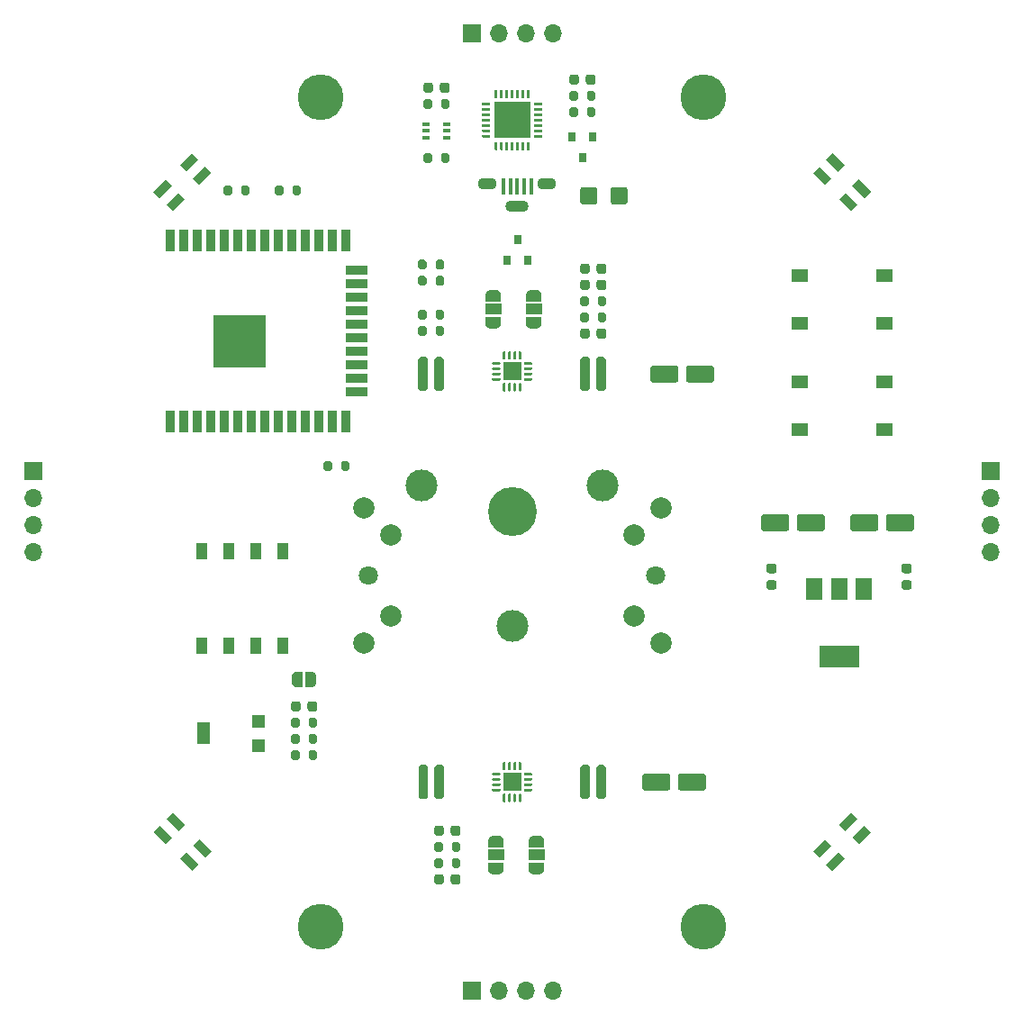
<source format=gbr>
%TF.GenerationSoftware,KiCad,Pcbnew,(5.1.9-0-10_14)*%
%TF.CreationDate,2021-05-05T23:39:55+02:00*%
%TF.ProjectId,clockclock,636c6f63-6b63-46c6-9f63-6b2e6b696361,rev?*%
%TF.SameCoordinates,Original*%
%TF.FileFunction,Soldermask,Top*%
%TF.FilePolarity,Negative*%
%FSLAX46Y46*%
G04 Gerber Fmt 4.6, Leading zero omitted, Abs format (unit mm)*
G04 Created by KiCad (PCBNEW (5.1.9-0-10_14)) date 2021-05-05 23:39:55*
%MOMM*%
%LPD*%
G01*
G04 APERTURE LIST*
%ADD10C,0.100000*%
%ADD11R,0.800000X0.900000*%
%ADD12C,2.000000*%
%ADD13C,1.800000*%
%ADD14C,3.000000*%
%ADD15C,4.600000*%
%ADD16O,2.200000X1.100000*%
%ADD17O,1.800000X1.100000*%
%ADD18R,0.450000X1.500000*%
%ADD19R,1.100000X1.500000*%
%ADD20R,1.500000X1.000000*%
%ADD21R,3.350000X3.350000*%
%ADD22R,0.650000X0.400000*%
%ADD23R,5.000000X5.000000*%
%ADD24R,0.900000X2.000000*%
%ADD25R,2.000000X0.900000*%
%ADD26R,1.300000X1.300000*%
%ADD27R,1.300000X2.000000*%
%ADD28R,1.500000X2.000000*%
%ADD29R,3.800000X2.000000*%
%ADD30O,1.700000X1.700000*%
%ADD31R,1.700000X1.700000*%
%ADD32R,1.550000X1.300000*%
%ADD33C,4.300000*%
G04 APERTURE END LIST*
D10*
%TO.C,D5*%
G36*
X29515076Y33121320D02*
G01*
X30116117Y33722361D01*
X31247488Y32590990D01*
X30646447Y31989949D01*
X29515076Y33121320D01*
G37*
G36*
X28277639Y31883883D02*
G01*
X28878680Y32484924D01*
X30010051Y31353553D01*
X29409010Y30752512D01*
X28277639Y31883883D01*
G37*
G36*
X31989949Y30646447D02*
G01*
X32590990Y31247488D01*
X33722361Y30116117D01*
X33121320Y29515076D01*
X31989949Y30646447D01*
G37*
G36*
X30752512Y29409010D02*
G01*
X31353553Y30010051D01*
X32484924Y28878680D01*
X31883883Y28277639D01*
X30752512Y29409010D01*
G37*
%TD*%
%TO.C,D4*%
G36*
X28878680Y-32484924D02*
G01*
X28277639Y-31883883D01*
X29409010Y-30752512D01*
X30010051Y-31353553D01*
X28878680Y-32484924D01*
G37*
G36*
X30116117Y-33722361D02*
G01*
X29515076Y-33121320D01*
X30646447Y-31989949D01*
X31247488Y-32590990D01*
X30116117Y-33722361D01*
G37*
G36*
X31353553Y-30010051D02*
G01*
X30752512Y-29409010D01*
X31883883Y-28277639D01*
X32484924Y-28878680D01*
X31353553Y-30010051D01*
G37*
G36*
X32590990Y-31247488D02*
G01*
X31989949Y-30646447D01*
X33121320Y-29515076D01*
X33722361Y-30116117D01*
X32590990Y-31247488D01*
G37*
%TD*%
%TO.C,D3*%
G36*
X-32484924Y-28878680D02*
G01*
X-31883883Y-28277639D01*
X-30752512Y-29409010D01*
X-31353553Y-30010051D01*
X-32484924Y-28878680D01*
G37*
G36*
X-33722361Y-30116117D02*
G01*
X-33121320Y-29515076D01*
X-31989949Y-30646447D01*
X-32590990Y-31247488D01*
X-33722361Y-30116117D01*
G37*
G36*
X-30010051Y-31353553D02*
G01*
X-29409010Y-30752512D01*
X-28277639Y-31883883D01*
X-28878680Y-32484924D01*
X-30010051Y-31353553D01*
G37*
G36*
X-31247488Y-32590990D02*
G01*
X-30646447Y-31989949D01*
X-29515076Y-33121320D01*
X-30116117Y-33722361D01*
X-31247488Y-32590990D01*
G37*
%TD*%
%TO.C,D2*%
G36*
X-33121320Y29515076D02*
G01*
X-33722361Y30116117D01*
X-32590990Y31247488D01*
X-31989949Y30646447D01*
X-33121320Y29515076D01*
G37*
G36*
X-31883883Y28277639D02*
G01*
X-32484924Y28878680D01*
X-31353553Y30010051D01*
X-30752512Y29409010D01*
X-31883883Y28277639D01*
G37*
G36*
X-30646447Y31989949D02*
G01*
X-31247488Y32590990D01*
X-30116117Y33722361D01*
X-29515076Y33121320D01*
X-30646447Y31989949D01*
G37*
G36*
X-29409010Y30752512D02*
G01*
X-30010051Y31353553D01*
X-28878680Y32484924D01*
X-28277639Y31883883D01*
X-29409010Y30752512D01*
G37*
%TD*%
%TO.C,F1*%
G36*
G01*
X8011000Y30293000D02*
X8011000Y29143000D01*
G75*
G02*
X7761000Y28893000I-250000J0D01*
G01*
X6661000Y28893000D01*
G75*
G02*
X6411000Y29143000I0J250000D01*
G01*
X6411000Y30293000D01*
G75*
G02*
X6661000Y30543000I250000J0D01*
G01*
X7761000Y30543000D01*
G75*
G02*
X8011000Y30293000I0J-250000D01*
G01*
G37*
G36*
G01*
X10861000Y30293000D02*
X10861000Y29143000D01*
G75*
G02*
X10611000Y28893000I-250000J0D01*
G01*
X9511000Y28893000D01*
G75*
G02*
X9261000Y29143000I0J250000D01*
G01*
X9261000Y30293000D01*
G75*
G02*
X9511000Y30543000I250000J0D01*
G01*
X10611000Y30543000D01*
G75*
G02*
X10861000Y30293000I0J-250000D01*
G01*
G37*
%TD*%
%TO.C,C6*%
G36*
G01*
X6279000Y40890000D02*
X6279000Y40390000D01*
G75*
G02*
X6054000Y40165000I-225000J0D01*
G01*
X5604000Y40165000D01*
G75*
G02*
X5379000Y40390000I0J225000D01*
G01*
X5379000Y40890000D01*
G75*
G02*
X5604000Y41115000I225000J0D01*
G01*
X6054000Y41115000D01*
G75*
G02*
X6279000Y40890000I0J-225000D01*
G01*
G37*
G36*
G01*
X7829000Y40890000D02*
X7829000Y40390000D01*
G75*
G02*
X7604000Y40165000I-225000J0D01*
G01*
X7154000Y40165000D01*
G75*
G02*
X6929000Y40390000I0J225000D01*
G01*
X6929000Y40890000D01*
G75*
G02*
X7154000Y41115000I225000J0D01*
G01*
X7604000Y41115000D01*
G75*
G02*
X7829000Y40890000I0J-225000D01*
G01*
G37*
%TD*%
D11*
%TO.C,Q2*%
X508000Y25638000D03*
X1458000Y23638000D03*
X-442000Y23638000D03*
%TD*%
%TO.C,C5*%
G36*
G01*
X7295000Y23110000D02*
X7295000Y22610000D01*
G75*
G02*
X7070000Y22385000I-225000J0D01*
G01*
X6620000Y22385000D01*
G75*
G02*
X6395000Y22610000I0J225000D01*
G01*
X6395000Y23110000D01*
G75*
G02*
X6620000Y23335000I225000J0D01*
G01*
X7070000Y23335000D01*
G75*
G02*
X7295000Y23110000I0J-225000D01*
G01*
G37*
G36*
G01*
X8845000Y23110000D02*
X8845000Y22610000D01*
G75*
G02*
X8620000Y22385000I-225000J0D01*
G01*
X8170000Y22385000D01*
G75*
G02*
X7945000Y22610000I0J225000D01*
G01*
X7945000Y23110000D01*
G75*
G02*
X8170000Y23335000I225000J0D01*
G01*
X8620000Y23335000D01*
G75*
G02*
X8845000Y23110000I0J-225000D01*
G01*
G37*
%TD*%
%TO.C,D1*%
X6604000Y33290000D03*
X5654000Y35290000D03*
X7554000Y35290000D03*
%TD*%
D12*
%TO.C,M1*%
X13970000Y-12360000D03*
X13970000Y360000D03*
X-13970000Y-12360000D03*
X-13970000Y360000D03*
X-11430000Y-9810000D03*
X-11430000Y-2190000D03*
X11430000Y-9810000D03*
X11430000Y-2190000D03*
D13*
X-13500000Y-6000000D03*
X13500000Y-6000000D03*
D14*
X8490000Y2490000D03*
X-8490000Y2490000D03*
X0Y-10750000D03*
D15*
X0Y0D03*
%TD*%
D16*
%TO.C,J2*%
X482600Y28693800D03*
D17*
X3282600Y30843800D03*
X-2317400Y30843800D03*
D18*
X-817400Y30593800D03*
X1782600Y30593800D03*
X-167400Y30593800D03*
X1132600Y30593800D03*
X482600Y30593800D03*
%TD*%
D19*
%TO.C,SW1*%
X-21590000Y-12578000D03*
X-29210000Y-3678000D03*
X-24130000Y-12578000D03*
X-26670000Y-3678000D03*
X-26670000Y-12578000D03*
X-24130000Y-3678000D03*
X-29210000Y-12578000D03*
X-21590000Y-3678000D03*
%TD*%
%TO.C,R22*%
G36*
G01*
X-7195000Y18267000D02*
X-7195000Y18817000D01*
G75*
G02*
X-6995000Y19017000I200000J0D01*
G01*
X-6595000Y19017000D01*
G75*
G02*
X-6395000Y18817000I0J-200000D01*
G01*
X-6395000Y18267000D01*
G75*
G02*
X-6595000Y18067000I-200000J0D01*
G01*
X-6995000Y18067000D01*
G75*
G02*
X-7195000Y18267000I0J200000D01*
G01*
G37*
G36*
G01*
X-8845000Y18267000D02*
X-8845000Y18817000D01*
G75*
G02*
X-8645000Y19017000I200000J0D01*
G01*
X-8245000Y19017000D01*
G75*
G02*
X-8045000Y18817000I0J-200000D01*
G01*
X-8045000Y18267000D01*
G75*
G02*
X-8245000Y18067000I-200000J0D01*
G01*
X-8645000Y18067000D01*
G75*
G02*
X-8845000Y18267000I0J200000D01*
G01*
G37*
%TD*%
%TO.C,R21*%
G36*
G01*
X-7195000Y16743000D02*
X-7195000Y17293000D01*
G75*
G02*
X-6995000Y17493000I200000J0D01*
G01*
X-6595000Y17493000D01*
G75*
G02*
X-6395000Y17293000I0J-200000D01*
G01*
X-6395000Y16743000D01*
G75*
G02*
X-6595000Y16543000I-200000J0D01*
G01*
X-6995000Y16543000D01*
G75*
G02*
X-7195000Y16743000I0J200000D01*
G01*
G37*
G36*
G01*
X-8845000Y16743000D02*
X-8845000Y17293000D01*
G75*
G02*
X-8645000Y17493000I200000J0D01*
G01*
X-8245000Y17493000D01*
G75*
G02*
X-8045000Y17293000I0J-200000D01*
G01*
X-8045000Y16743000D01*
G75*
G02*
X-8245000Y16543000I-200000J0D01*
G01*
X-8645000Y16543000D01*
G75*
G02*
X-8845000Y16743000I0J200000D01*
G01*
G37*
%TD*%
D20*
%TO.C,JP5*%
X2286000Y-32258000D03*
D10*
G36*
X1536602Y-30958000D02*
G01*
X1536602Y-30933466D01*
X1541412Y-30884635D01*
X1550984Y-30836510D01*
X1565228Y-30789555D01*
X1584005Y-30744222D01*
X1607136Y-30700949D01*
X1634396Y-30660150D01*
X1665524Y-30622221D01*
X1700221Y-30587524D01*
X1738150Y-30556396D01*
X1778949Y-30529136D01*
X1822222Y-30506005D01*
X1867555Y-30487228D01*
X1914510Y-30472984D01*
X1962635Y-30463412D01*
X2011466Y-30458602D01*
X2036000Y-30458602D01*
X2036000Y-30458000D01*
X2536000Y-30458000D01*
X2536000Y-30458602D01*
X2560534Y-30458602D01*
X2609365Y-30463412D01*
X2657490Y-30472984D01*
X2704445Y-30487228D01*
X2749778Y-30506005D01*
X2793051Y-30529136D01*
X2833850Y-30556396D01*
X2871779Y-30587524D01*
X2906476Y-30622221D01*
X2937604Y-30660150D01*
X2964864Y-30700949D01*
X2987995Y-30744222D01*
X3006772Y-30789555D01*
X3021016Y-30836510D01*
X3030588Y-30884635D01*
X3035398Y-30933466D01*
X3035398Y-30958000D01*
X3036000Y-30958000D01*
X3036000Y-31508000D01*
X1536000Y-31508000D01*
X1536000Y-30958000D01*
X1536602Y-30958000D01*
G37*
G36*
X3036000Y-33008000D02*
G01*
X3036000Y-33558000D01*
X3035398Y-33558000D01*
X3035398Y-33582534D01*
X3030588Y-33631365D01*
X3021016Y-33679490D01*
X3006772Y-33726445D01*
X2987995Y-33771778D01*
X2964864Y-33815051D01*
X2937604Y-33855850D01*
X2906476Y-33893779D01*
X2871779Y-33928476D01*
X2833850Y-33959604D01*
X2793051Y-33986864D01*
X2749778Y-34009995D01*
X2704445Y-34028772D01*
X2657490Y-34043016D01*
X2609365Y-34052588D01*
X2560534Y-34057398D01*
X2536000Y-34057398D01*
X2536000Y-34058000D01*
X2036000Y-34058000D01*
X2036000Y-34057398D01*
X2011466Y-34057398D01*
X1962635Y-34052588D01*
X1914510Y-34043016D01*
X1867555Y-34028772D01*
X1822222Y-34009995D01*
X1778949Y-33986864D01*
X1738150Y-33959604D01*
X1700221Y-33928476D01*
X1665524Y-33893779D01*
X1634396Y-33855850D01*
X1607136Y-33815051D01*
X1584005Y-33771778D01*
X1565228Y-33726445D01*
X1550984Y-33679490D01*
X1541412Y-33631365D01*
X1536602Y-33582534D01*
X1536602Y-33558000D01*
X1536000Y-33558000D01*
X1536000Y-33008000D01*
X3036000Y-33008000D01*
G37*
%TD*%
D20*
%TO.C,JP4*%
X-1524000Y-32258000D03*
D10*
G36*
X-2273398Y-30958000D02*
G01*
X-2273398Y-30933466D01*
X-2268588Y-30884635D01*
X-2259016Y-30836510D01*
X-2244772Y-30789555D01*
X-2225995Y-30744222D01*
X-2202864Y-30700949D01*
X-2175604Y-30660150D01*
X-2144476Y-30622221D01*
X-2109779Y-30587524D01*
X-2071850Y-30556396D01*
X-2031051Y-30529136D01*
X-1987778Y-30506005D01*
X-1942445Y-30487228D01*
X-1895490Y-30472984D01*
X-1847365Y-30463412D01*
X-1798534Y-30458602D01*
X-1774000Y-30458602D01*
X-1774000Y-30458000D01*
X-1274000Y-30458000D01*
X-1274000Y-30458602D01*
X-1249466Y-30458602D01*
X-1200635Y-30463412D01*
X-1152510Y-30472984D01*
X-1105555Y-30487228D01*
X-1060222Y-30506005D01*
X-1016949Y-30529136D01*
X-976150Y-30556396D01*
X-938221Y-30587524D01*
X-903524Y-30622221D01*
X-872396Y-30660150D01*
X-845136Y-30700949D01*
X-822005Y-30744222D01*
X-803228Y-30789555D01*
X-788984Y-30836510D01*
X-779412Y-30884635D01*
X-774602Y-30933466D01*
X-774602Y-30958000D01*
X-774000Y-30958000D01*
X-774000Y-31508000D01*
X-2274000Y-31508000D01*
X-2274000Y-30958000D01*
X-2273398Y-30958000D01*
G37*
G36*
X-774000Y-33008000D02*
G01*
X-774000Y-33558000D01*
X-774602Y-33558000D01*
X-774602Y-33582534D01*
X-779412Y-33631365D01*
X-788984Y-33679490D01*
X-803228Y-33726445D01*
X-822005Y-33771778D01*
X-845136Y-33815051D01*
X-872396Y-33855850D01*
X-903524Y-33893779D01*
X-938221Y-33928476D01*
X-976150Y-33959604D01*
X-1016949Y-33986864D01*
X-1060222Y-34009995D01*
X-1105555Y-34028772D01*
X-1152510Y-34043016D01*
X-1200635Y-34052588D01*
X-1249466Y-34057398D01*
X-1274000Y-34057398D01*
X-1274000Y-34058000D01*
X-1774000Y-34058000D01*
X-1774000Y-34057398D01*
X-1798534Y-34057398D01*
X-1847365Y-34052588D01*
X-1895490Y-34043016D01*
X-1942445Y-34028772D01*
X-1987778Y-34009995D01*
X-2031051Y-33986864D01*
X-2071850Y-33959604D01*
X-2109779Y-33928476D01*
X-2144476Y-33893779D01*
X-2175604Y-33855850D01*
X-2202864Y-33815051D01*
X-2225995Y-33771778D01*
X-2244772Y-33726445D01*
X-2259016Y-33679490D01*
X-2268588Y-33631365D01*
X-2273398Y-33582534D01*
X-2273398Y-33558000D01*
X-2274000Y-33558000D01*
X-2274000Y-33008000D01*
X-774000Y-33008000D01*
G37*
%TD*%
D20*
%TO.C,JP3*%
X-1778000Y19050000D03*
D10*
G36*
X-2527398Y20350000D02*
G01*
X-2527398Y20374534D01*
X-2522588Y20423365D01*
X-2513016Y20471490D01*
X-2498772Y20518445D01*
X-2479995Y20563778D01*
X-2456864Y20607051D01*
X-2429604Y20647850D01*
X-2398476Y20685779D01*
X-2363779Y20720476D01*
X-2325850Y20751604D01*
X-2285051Y20778864D01*
X-2241778Y20801995D01*
X-2196445Y20820772D01*
X-2149490Y20835016D01*
X-2101365Y20844588D01*
X-2052534Y20849398D01*
X-2028000Y20849398D01*
X-2028000Y20850000D01*
X-1528000Y20850000D01*
X-1528000Y20849398D01*
X-1503466Y20849398D01*
X-1454635Y20844588D01*
X-1406510Y20835016D01*
X-1359555Y20820772D01*
X-1314222Y20801995D01*
X-1270949Y20778864D01*
X-1230150Y20751604D01*
X-1192221Y20720476D01*
X-1157524Y20685779D01*
X-1126396Y20647850D01*
X-1099136Y20607051D01*
X-1076005Y20563778D01*
X-1057228Y20518445D01*
X-1042984Y20471490D01*
X-1033412Y20423365D01*
X-1028602Y20374534D01*
X-1028602Y20350000D01*
X-1028000Y20350000D01*
X-1028000Y19800000D01*
X-2528000Y19800000D01*
X-2528000Y20350000D01*
X-2527398Y20350000D01*
G37*
G36*
X-1028000Y18300000D02*
G01*
X-1028000Y17750000D01*
X-1028602Y17750000D01*
X-1028602Y17725466D01*
X-1033412Y17676635D01*
X-1042984Y17628510D01*
X-1057228Y17581555D01*
X-1076005Y17536222D01*
X-1099136Y17492949D01*
X-1126396Y17452150D01*
X-1157524Y17414221D01*
X-1192221Y17379524D01*
X-1230150Y17348396D01*
X-1270949Y17321136D01*
X-1314222Y17298005D01*
X-1359555Y17279228D01*
X-1406510Y17264984D01*
X-1454635Y17255412D01*
X-1503466Y17250602D01*
X-1528000Y17250602D01*
X-1528000Y17250000D01*
X-2028000Y17250000D01*
X-2028000Y17250602D01*
X-2052534Y17250602D01*
X-2101365Y17255412D01*
X-2149490Y17264984D01*
X-2196445Y17279228D01*
X-2241778Y17298005D01*
X-2285051Y17321136D01*
X-2325850Y17348396D01*
X-2363779Y17379524D01*
X-2398476Y17414221D01*
X-2429604Y17452150D01*
X-2456864Y17492949D01*
X-2479995Y17536222D01*
X-2498772Y17581555D01*
X-2513016Y17628510D01*
X-2522588Y17676635D01*
X-2527398Y17725466D01*
X-2527398Y17750000D01*
X-2528000Y17750000D01*
X-2528000Y18300000D01*
X-1028000Y18300000D01*
G37*
%TD*%
D20*
%TO.C,JP2*%
X2032000Y19050000D03*
D10*
G36*
X1282602Y20350000D02*
G01*
X1282602Y20374534D01*
X1287412Y20423365D01*
X1296984Y20471490D01*
X1311228Y20518445D01*
X1330005Y20563778D01*
X1353136Y20607051D01*
X1380396Y20647850D01*
X1411524Y20685779D01*
X1446221Y20720476D01*
X1484150Y20751604D01*
X1524949Y20778864D01*
X1568222Y20801995D01*
X1613555Y20820772D01*
X1660510Y20835016D01*
X1708635Y20844588D01*
X1757466Y20849398D01*
X1782000Y20849398D01*
X1782000Y20850000D01*
X2282000Y20850000D01*
X2282000Y20849398D01*
X2306534Y20849398D01*
X2355365Y20844588D01*
X2403490Y20835016D01*
X2450445Y20820772D01*
X2495778Y20801995D01*
X2539051Y20778864D01*
X2579850Y20751604D01*
X2617779Y20720476D01*
X2652476Y20685779D01*
X2683604Y20647850D01*
X2710864Y20607051D01*
X2733995Y20563778D01*
X2752772Y20518445D01*
X2767016Y20471490D01*
X2776588Y20423365D01*
X2781398Y20374534D01*
X2781398Y20350000D01*
X2782000Y20350000D01*
X2782000Y19800000D01*
X1282000Y19800000D01*
X1282000Y20350000D01*
X1282602Y20350000D01*
G37*
G36*
X2782000Y18300000D02*
G01*
X2782000Y17750000D01*
X2781398Y17750000D01*
X2781398Y17725466D01*
X2776588Y17676635D01*
X2767016Y17628510D01*
X2752772Y17581555D01*
X2733995Y17536222D01*
X2710864Y17492949D01*
X2683604Y17452150D01*
X2652476Y17414221D01*
X2617779Y17379524D01*
X2579850Y17348396D01*
X2539051Y17321136D01*
X2495778Y17298005D01*
X2450445Y17279228D01*
X2403490Y17264984D01*
X2355365Y17255412D01*
X2306534Y17250602D01*
X2282000Y17250602D01*
X2282000Y17250000D01*
X1782000Y17250000D01*
X1782000Y17250602D01*
X1757466Y17250602D01*
X1708635Y17255412D01*
X1660510Y17264984D01*
X1613555Y17279228D01*
X1568222Y17298005D01*
X1524949Y17321136D01*
X1484150Y17348396D01*
X1446221Y17379524D01*
X1411524Y17414221D01*
X1380396Y17452150D01*
X1353136Y17492949D01*
X1330005Y17536222D01*
X1311228Y17581555D01*
X1296984Y17628510D01*
X1287412Y17676635D01*
X1282602Y17725466D01*
X1282602Y17750000D01*
X1282000Y17750000D01*
X1282000Y18300000D01*
X2782000Y18300000D01*
G37*
%TD*%
D21*
%TO.C,U4*%
X0Y36830000D03*
G36*
G01*
X-2112500Y35205000D02*
X-2787500Y35205000D01*
G75*
G02*
X-2850000Y35267500I0J62500D01*
G01*
X-2850000Y35392500D01*
G75*
G02*
X-2787500Y35455000I62500J0D01*
G01*
X-2112500Y35455000D01*
G75*
G02*
X-2050000Y35392500I0J-62500D01*
G01*
X-2050000Y35267500D01*
G75*
G02*
X-2112500Y35205000I-62500J0D01*
G01*
G37*
G36*
G01*
X-2112500Y35705000D02*
X-2787500Y35705000D01*
G75*
G02*
X-2850000Y35767500I0J62500D01*
G01*
X-2850000Y35892500D01*
G75*
G02*
X-2787500Y35955000I62500J0D01*
G01*
X-2112500Y35955000D01*
G75*
G02*
X-2050000Y35892500I0J-62500D01*
G01*
X-2050000Y35767500D01*
G75*
G02*
X-2112500Y35705000I-62500J0D01*
G01*
G37*
G36*
G01*
X-2112500Y36205000D02*
X-2787500Y36205000D01*
G75*
G02*
X-2850000Y36267500I0J62500D01*
G01*
X-2850000Y36392500D01*
G75*
G02*
X-2787500Y36455000I62500J0D01*
G01*
X-2112500Y36455000D01*
G75*
G02*
X-2050000Y36392500I0J-62500D01*
G01*
X-2050000Y36267500D01*
G75*
G02*
X-2112500Y36205000I-62500J0D01*
G01*
G37*
G36*
G01*
X-2112500Y36705000D02*
X-2787500Y36705000D01*
G75*
G02*
X-2850000Y36767500I0J62500D01*
G01*
X-2850000Y36892500D01*
G75*
G02*
X-2787500Y36955000I62500J0D01*
G01*
X-2112500Y36955000D01*
G75*
G02*
X-2050000Y36892500I0J-62500D01*
G01*
X-2050000Y36767500D01*
G75*
G02*
X-2112500Y36705000I-62500J0D01*
G01*
G37*
G36*
G01*
X-2112500Y37205000D02*
X-2787500Y37205000D01*
G75*
G02*
X-2850000Y37267500I0J62500D01*
G01*
X-2850000Y37392500D01*
G75*
G02*
X-2787500Y37455000I62500J0D01*
G01*
X-2112500Y37455000D01*
G75*
G02*
X-2050000Y37392500I0J-62500D01*
G01*
X-2050000Y37267500D01*
G75*
G02*
X-2112500Y37205000I-62500J0D01*
G01*
G37*
G36*
G01*
X-2112500Y37705000D02*
X-2787500Y37705000D01*
G75*
G02*
X-2850000Y37767500I0J62500D01*
G01*
X-2850000Y37892500D01*
G75*
G02*
X-2787500Y37955000I62500J0D01*
G01*
X-2112500Y37955000D01*
G75*
G02*
X-2050000Y37892500I0J-62500D01*
G01*
X-2050000Y37767500D01*
G75*
G02*
X-2112500Y37705000I-62500J0D01*
G01*
G37*
G36*
G01*
X-2112500Y38205000D02*
X-2787500Y38205000D01*
G75*
G02*
X-2850000Y38267500I0J62500D01*
G01*
X-2850000Y38392500D01*
G75*
G02*
X-2787500Y38455000I62500J0D01*
G01*
X-2112500Y38455000D01*
G75*
G02*
X-2050000Y38392500I0J-62500D01*
G01*
X-2050000Y38267500D01*
G75*
G02*
X-2112500Y38205000I-62500J0D01*
G01*
G37*
G36*
G01*
X-1437500Y38880000D02*
X-1562500Y38880000D01*
G75*
G02*
X-1625000Y38942500I0J62500D01*
G01*
X-1625000Y39617500D01*
G75*
G02*
X-1562500Y39680000I62500J0D01*
G01*
X-1437500Y39680000D01*
G75*
G02*
X-1375000Y39617500I0J-62500D01*
G01*
X-1375000Y38942500D01*
G75*
G02*
X-1437500Y38880000I-62500J0D01*
G01*
G37*
G36*
G01*
X-937500Y38880000D02*
X-1062500Y38880000D01*
G75*
G02*
X-1125000Y38942500I0J62500D01*
G01*
X-1125000Y39617500D01*
G75*
G02*
X-1062500Y39680000I62500J0D01*
G01*
X-937500Y39680000D01*
G75*
G02*
X-875000Y39617500I0J-62500D01*
G01*
X-875000Y38942500D01*
G75*
G02*
X-937500Y38880000I-62500J0D01*
G01*
G37*
G36*
G01*
X-437500Y38880000D02*
X-562500Y38880000D01*
G75*
G02*
X-625000Y38942500I0J62500D01*
G01*
X-625000Y39617500D01*
G75*
G02*
X-562500Y39680000I62500J0D01*
G01*
X-437500Y39680000D01*
G75*
G02*
X-375000Y39617500I0J-62500D01*
G01*
X-375000Y38942500D01*
G75*
G02*
X-437500Y38880000I-62500J0D01*
G01*
G37*
G36*
G01*
X62500Y38880000D02*
X-62500Y38880000D01*
G75*
G02*
X-125000Y38942500I0J62500D01*
G01*
X-125000Y39617500D01*
G75*
G02*
X-62500Y39680000I62500J0D01*
G01*
X62500Y39680000D01*
G75*
G02*
X125000Y39617500I0J-62500D01*
G01*
X125000Y38942500D01*
G75*
G02*
X62500Y38880000I-62500J0D01*
G01*
G37*
G36*
G01*
X562500Y38880000D02*
X437500Y38880000D01*
G75*
G02*
X375000Y38942500I0J62500D01*
G01*
X375000Y39617500D01*
G75*
G02*
X437500Y39680000I62500J0D01*
G01*
X562500Y39680000D01*
G75*
G02*
X625000Y39617500I0J-62500D01*
G01*
X625000Y38942500D01*
G75*
G02*
X562500Y38880000I-62500J0D01*
G01*
G37*
G36*
G01*
X1062500Y38880000D02*
X937500Y38880000D01*
G75*
G02*
X875000Y38942500I0J62500D01*
G01*
X875000Y39617500D01*
G75*
G02*
X937500Y39680000I62500J0D01*
G01*
X1062500Y39680000D01*
G75*
G02*
X1125000Y39617500I0J-62500D01*
G01*
X1125000Y38942500D01*
G75*
G02*
X1062500Y38880000I-62500J0D01*
G01*
G37*
G36*
G01*
X1562500Y38880000D02*
X1437500Y38880000D01*
G75*
G02*
X1375000Y38942500I0J62500D01*
G01*
X1375000Y39617500D01*
G75*
G02*
X1437500Y39680000I62500J0D01*
G01*
X1562500Y39680000D01*
G75*
G02*
X1625000Y39617500I0J-62500D01*
G01*
X1625000Y38942500D01*
G75*
G02*
X1562500Y38880000I-62500J0D01*
G01*
G37*
G36*
G01*
X2787500Y38205000D02*
X2112500Y38205000D01*
G75*
G02*
X2050000Y38267500I0J62500D01*
G01*
X2050000Y38392500D01*
G75*
G02*
X2112500Y38455000I62500J0D01*
G01*
X2787500Y38455000D01*
G75*
G02*
X2850000Y38392500I0J-62500D01*
G01*
X2850000Y38267500D01*
G75*
G02*
X2787500Y38205000I-62500J0D01*
G01*
G37*
G36*
G01*
X2787500Y37705000D02*
X2112500Y37705000D01*
G75*
G02*
X2050000Y37767500I0J62500D01*
G01*
X2050000Y37892500D01*
G75*
G02*
X2112500Y37955000I62500J0D01*
G01*
X2787500Y37955000D01*
G75*
G02*
X2850000Y37892500I0J-62500D01*
G01*
X2850000Y37767500D01*
G75*
G02*
X2787500Y37705000I-62500J0D01*
G01*
G37*
G36*
G01*
X2787500Y37205000D02*
X2112500Y37205000D01*
G75*
G02*
X2050000Y37267500I0J62500D01*
G01*
X2050000Y37392500D01*
G75*
G02*
X2112500Y37455000I62500J0D01*
G01*
X2787500Y37455000D01*
G75*
G02*
X2850000Y37392500I0J-62500D01*
G01*
X2850000Y37267500D01*
G75*
G02*
X2787500Y37205000I-62500J0D01*
G01*
G37*
G36*
G01*
X2787500Y36705000D02*
X2112500Y36705000D01*
G75*
G02*
X2050000Y36767500I0J62500D01*
G01*
X2050000Y36892500D01*
G75*
G02*
X2112500Y36955000I62500J0D01*
G01*
X2787500Y36955000D01*
G75*
G02*
X2850000Y36892500I0J-62500D01*
G01*
X2850000Y36767500D01*
G75*
G02*
X2787500Y36705000I-62500J0D01*
G01*
G37*
G36*
G01*
X2787500Y36205000D02*
X2112500Y36205000D01*
G75*
G02*
X2050000Y36267500I0J62500D01*
G01*
X2050000Y36392500D01*
G75*
G02*
X2112500Y36455000I62500J0D01*
G01*
X2787500Y36455000D01*
G75*
G02*
X2850000Y36392500I0J-62500D01*
G01*
X2850000Y36267500D01*
G75*
G02*
X2787500Y36205000I-62500J0D01*
G01*
G37*
G36*
G01*
X2787500Y35705000D02*
X2112500Y35705000D01*
G75*
G02*
X2050000Y35767500I0J62500D01*
G01*
X2050000Y35892500D01*
G75*
G02*
X2112500Y35955000I62500J0D01*
G01*
X2787500Y35955000D01*
G75*
G02*
X2850000Y35892500I0J-62500D01*
G01*
X2850000Y35767500D01*
G75*
G02*
X2787500Y35705000I-62500J0D01*
G01*
G37*
G36*
G01*
X2787500Y35205000D02*
X2112500Y35205000D01*
G75*
G02*
X2050000Y35267500I0J62500D01*
G01*
X2050000Y35392500D01*
G75*
G02*
X2112500Y35455000I62500J0D01*
G01*
X2787500Y35455000D01*
G75*
G02*
X2850000Y35392500I0J-62500D01*
G01*
X2850000Y35267500D01*
G75*
G02*
X2787500Y35205000I-62500J0D01*
G01*
G37*
G36*
G01*
X1562500Y33980000D02*
X1437500Y33980000D01*
G75*
G02*
X1375000Y34042500I0J62500D01*
G01*
X1375000Y34717500D01*
G75*
G02*
X1437500Y34780000I62500J0D01*
G01*
X1562500Y34780000D01*
G75*
G02*
X1625000Y34717500I0J-62500D01*
G01*
X1625000Y34042500D01*
G75*
G02*
X1562500Y33980000I-62500J0D01*
G01*
G37*
G36*
G01*
X1062500Y33980000D02*
X937500Y33980000D01*
G75*
G02*
X875000Y34042500I0J62500D01*
G01*
X875000Y34717500D01*
G75*
G02*
X937500Y34780000I62500J0D01*
G01*
X1062500Y34780000D01*
G75*
G02*
X1125000Y34717500I0J-62500D01*
G01*
X1125000Y34042500D01*
G75*
G02*
X1062500Y33980000I-62500J0D01*
G01*
G37*
G36*
G01*
X562500Y33980000D02*
X437500Y33980000D01*
G75*
G02*
X375000Y34042500I0J62500D01*
G01*
X375000Y34717500D01*
G75*
G02*
X437500Y34780000I62500J0D01*
G01*
X562500Y34780000D01*
G75*
G02*
X625000Y34717500I0J-62500D01*
G01*
X625000Y34042500D01*
G75*
G02*
X562500Y33980000I-62500J0D01*
G01*
G37*
G36*
G01*
X62500Y33980000D02*
X-62500Y33980000D01*
G75*
G02*
X-125000Y34042500I0J62500D01*
G01*
X-125000Y34717500D01*
G75*
G02*
X-62500Y34780000I62500J0D01*
G01*
X62500Y34780000D01*
G75*
G02*
X125000Y34717500I0J-62500D01*
G01*
X125000Y34042500D01*
G75*
G02*
X62500Y33980000I-62500J0D01*
G01*
G37*
G36*
G01*
X-437500Y33980000D02*
X-562500Y33980000D01*
G75*
G02*
X-625000Y34042500I0J62500D01*
G01*
X-625000Y34717500D01*
G75*
G02*
X-562500Y34780000I62500J0D01*
G01*
X-437500Y34780000D01*
G75*
G02*
X-375000Y34717500I0J-62500D01*
G01*
X-375000Y34042500D01*
G75*
G02*
X-437500Y33980000I-62500J0D01*
G01*
G37*
G36*
G01*
X-937500Y33980000D02*
X-1062500Y33980000D01*
G75*
G02*
X-1125000Y34042500I0J62500D01*
G01*
X-1125000Y34717500D01*
G75*
G02*
X-1062500Y34780000I62500J0D01*
G01*
X-937500Y34780000D01*
G75*
G02*
X-875000Y34717500I0J-62500D01*
G01*
X-875000Y34042500D01*
G75*
G02*
X-937500Y33980000I-62500J0D01*
G01*
G37*
G36*
G01*
X-1437500Y33980000D02*
X-1562500Y33980000D01*
G75*
G02*
X-1625000Y34042500I0J62500D01*
G01*
X-1625000Y34717500D01*
G75*
G02*
X-1562500Y34780000I62500J0D01*
G01*
X-1437500Y34780000D01*
G75*
G02*
X-1375000Y34717500I0J-62500D01*
G01*
X-1375000Y34042500D01*
G75*
G02*
X-1437500Y33980000I-62500J0D01*
G01*
G37*
%TD*%
%TO.C,R20*%
G36*
G01*
X6179000Y39391000D02*
X6179000Y38841000D01*
G75*
G02*
X5979000Y38641000I-200000J0D01*
G01*
X5579000Y38641000D01*
G75*
G02*
X5379000Y38841000I0J200000D01*
G01*
X5379000Y39391000D01*
G75*
G02*
X5579000Y39591000I200000J0D01*
G01*
X5979000Y39591000D01*
G75*
G02*
X6179000Y39391000I0J-200000D01*
G01*
G37*
G36*
G01*
X7829000Y39391000D02*
X7829000Y38841000D01*
G75*
G02*
X7629000Y38641000I-200000J0D01*
G01*
X7229000Y38641000D01*
G75*
G02*
X7029000Y38841000I0J200000D01*
G01*
X7029000Y39391000D01*
G75*
G02*
X7229000Y39591000I200000J0D01*
G01*
X7629000Y39591000D01*
G75*
G02*
X7829000Y39391000I0J-200000D01*
G01*
G37*
%TD*%
%TO.C,R19*%
G36*
G01*
X-8045000Y23516000D02*
X-8045000Y22966000D01*
G75*
G02*
X-8245000Y22766000I-200000J0D01*
G01*
X-8645000Y22766000D01*
G75*
G02*
X-8845000Y22966000I0J200000D01*
G01*
X-8845000Y23516000D01*
G75*
G02*
X-8645000Y23716000I200000J0D01*
G01*
X-8245000Y23716000D01*
G75*
G02*
X-8045000Y23516000I0J-200000D01*
G01*
G37*
G36*
G01*
X-6395000Y23516000D02*
X-6395000Y22966000D01*
G75*
G02*
X-6595000Y22766000I-200000J0D01*
G01*
X-6995000Y22766000D01*
G75*
G02*
X-7195000Y22966000I0J200000D01*
G01*
X-7195000Y23516000D01*
G75*
G02*
X-6995000Y23716000I200000J0D01*
G01*
X-6595000Y23716000D01*
G75*
G02*
X-6395000Y23516000I0J-200000D01*
G01*
G37*
%TD*%
%TO.C,R18*%
G36*
G01*
X-16085000Y4043000D02*
X-16085000Y4593000D01*
G75*
G02*
X-15885000Y4793000I200000J0D01*
G01*
X-15485000Y4793000D01*
G75*
G02*
X-15285000Y4593000I0J-200000D01*
G01*
X-15285000Y4043000D01*
G75*
G02*
X-15485000Y3843000I-200000J0D01*
G01*
X-15885000Y3843000D01*
G75*
G02*
X-16085000Y4043000I0J200000D01*
G01*
G37*
G36*
G01*
X-17735000Y4043000D02*
X-17735000Y4593000D01*
G75*
G02*
X-17535000Y4793000I200000J0D01*
G01*
X-17135000Y4793000D01*
G75*
G02*
X-16935000Y4593000I0J-200000D01*
G01*
X-16935000Y4043000D01*
G75*
G02*
X-17135000Y3843000I-200000J0D01*
G01*
X-17535000Y3843000D01*
G75*
G02*
X-17735000Y4043000I0J200000D01*
G01*
G37*
%TD*%
%TO.C,R17*%
G36*
G01*
X7029000Y37317000D02*
X7029000Y37867000D01*
G75*
G02*
X7229000Y38067000I200000J0D01*
G01*
X7629000Y38067000D01*
G75*
G02*
X7829000Y37867000I0J-200000D01*
G01*
X7829000Y37317000D01*
G75*
G02*
X7629000Y37117000I-200000J0D01*
G01*
X7229000Y37117000D01*
G75*
G02*
X7029000Y37317000I0J200000D01*
G01*
G37*
G36*
G01*
X5379000Y37317000D02*
X5379000Y37867000D01*
G75*
G02*
X5579000Y38067000I200000J0D01*
G01*
X5979000Y38067000D01*
G75*
G02*
X6179000Y37867000I0J-200000D01*
G01*
X6179000Y37317000D01*
G75*
G02*
X5979000Y37117000I-200000J0D01*
G01*
X5579000Y37117000D01*
G75*
G02*
X5379000Y37317000I0J200000D01*
G01*
G37*
%TD*%
%TO.C,R13*%
G36*
G01*
X-7537000Y38629000D02*
X-7537000Y38079000D01*
G75*
G02*
X-7737000Y37879000I-200000J0D01*
G01*
X-8137000Y37879000D01*
G75*
G02*
X-8337000Y38079000I0J200000D01*
G01*
X-8337000Y38629000D01*
G75*
G02*
X-8137000Y38829000I200000J0D01*
G01*
X-7737000Y38829000D01*
G75*
G02*
X-7537000Y38629000I0J-200000D01*
G01*
G37*
G36*
G01*
X-5887000Y38629000D02*
X-5887000Y38079000D01*
G75*
G02*
X-6087000Y37879000I-200000J0D01*
G01*
X-6487000Y37879000D01*
G75*
G02*
X-6687000Y38079000I0J200000D01*
G01*
X-6687000Y38629000D01*
G75*
G02*
X-6487000Y38829000I200000J0D01*
G01*
X-6087000Y38829000D01*
G75*
G02*
X-5887000Y38629000I0J-200000D01*
G01*
G37*
%TD*%
%TO.C,R12*%
G36*
G01*
X-8045000Y21992000D02*
X-8045000Y21442000D01*
G75*
G02*
X-8245000Y21242000I-200000J0D01*
G01*
X-8645000Y21242000D01*
G75*
G02*
X-8845000Y21442000I0J200000D01*
G01*
X-8845000Y21992000D01*
G75*
G02*
X-8645000Y22192000I200000J0D01*
G01*
X-8245000Y22192000D01*
G75*
G02*
X-8045000Y21992000I0J-200000D01*
G01*
G37*
G36*
G01*
X-6395000Y21992000D02*
X-6395000Y21442000D01*
G75*
G02*
X-6595000Y21242000I-200000J0D01*
G01*
X-6995000Y21242000D01*
G75*
G02*
X-7195000Y21442000I0J200000D01*
G01*
X-7195000Y21992000D01*
G75*
G02*
X-6995000Y22192000I200000J0D01*
G01*
X-6595000Y22192000D01*
G75*
G02*
X-6395000Y21992000I0J-200000D01*
G01*
G37*
%TD*%
%TO.C,R9*%
G36*
G01*
X-7537000Y33549000D02*
X-7537000Y32999000D01*
G75*
G02*
X-7737000Y32799000I-200000J0D01*
G01*
X-8137000Y32799000D01*
G75*
G02*
X-8337000Y32999000I0J200000D01*
G01*
X-8337000Y33549000D01*
G75*
G02*
X-8137000Y33749000I200000J0D01*
G01*
X-7737000Y33749000D01*
G75*
G02*
X-7537000Y33549000I0J-200000D01*
G01*
G37*
G36*
G01*
X-5887000Y33549000D02*
X-5887000Y32999000D01*
G75*
G02*
X-6087000Y32799000I-200000J0D01*
G01*
X-6487000Y32799000D01*
G75*
G02*
X-6687000Y32999000I0J200000D01*
G01*
X-6687000Y33549000D01*
G75*
G02*
X-6487000Y33749000I200000J0D01*
G01*
X-6087000Y33749000D01*
G75*
G02*
X-5887000Y33549000I0J-200000D01*
G01*
G37*
%TD*%
D22*
%TO.C,Q1*%
X-6162000Y36464000D03*
X-6162000Y35164000D03*
X-8062000Y35814000D03*
X-6162000Y35814000D03*
X-8062000Y35164000D03*
X-8062000Y36464000D03*
%TD*%
D23*
%TO.C,MOD1*%
X-25631000Y16018000D03*
D24*
X-15621000Y25518000D03*
X-16891000Y25518000D03*
X-18161000Y25518000D03*
X-19431000Y25518000D03*
X-20701000Y25518000D03*
X-21971000Y25518000D03*
X-23241000Y25518000D03*
X-24511000Y25518000D03*
X-25781000Y25518000D03*
X-27051000Y25518000D03*
X-28321000Y25518000D03*
X-29591000Y25518000D03*
X-30861000Y25518000D03*
X-32131000Y25518000D03*
X-15621000Y8518000D03*
X-16891000Y8518000D03*
X-18161000Y8518000D03*
X-19431000Y8518000D03*
X-20701000Y8518000D03*
X-21971000Y8518000D03*
X-23241000Y8518000D03*
X-24511000Y8518000D03*
X-25781000Y8518000D03*
X-27051000Y8518000D03*
X-28321000Y8518000D03*
X-29591000Y8518000D03*
X-30861000Y8518000D03*
D25*
X-14621000Y22733000D03*
X-14621000Y21463000D03*
X-14621000Y20193000D03*
X-14621000Y18923000D03*
X-14621000Y17653000D03*
X-14621000Y16383000D03*
X-14621000Y15113000D03*
X-14621000Y13843000D03*
X-14621000Y12573000D03*
X-14621000Y11303000D03*
D24*
X-32131000Y8518000D03*
%TD*%
%TO.C,C4*%
G36*
G01*
X-7437000Y40128000D02*
X-7437000Y39628000D01*
G75*
G02*
X-7662000Y39403000I-225000J0D01*
G01*
X-8112000Y39403000D01*
G75*
G02*
X-8337000Y39628000I0J225000D01*
G01*
X-8337000Y40128000D01*
G75*
G02*
X-8112000Y40353000I225000J0D01*
G01*
X-7662000Y40353000D01*
G75*
G02*
X-7437000Y40128000I0J-225000D01*
G01*
G37*
G36*
G01*
X-5887000Y40128000D02*
X-5887000Y39628000D01*
G75*
G02*
X-6112000Y39403000I-225000J0D01*
G01*
X-6562000Y39403000D01*
G75*
G02*
X-6787000Y39628000I0J225000D01*
G01*
X-6787000Y40128000D01*
G75*
G02*
X-6562000Y40353000I225000J0D01*
G01*
X-6112000Y40353000D01*
G75*
G02*
X-5887000Y40128000I0J-225000D01*
G01*
G37*
%TD*%
D10*
%TO.C,JP1*%
G36*
X-18908000Y-14998602D02*
G01*
X-18883466Y-14998602D01*
X-18834635Y-15003412D01*
X-18786510Y-15012984D01*
X-18739555Y-15027228D01*
X-18694222Y-15046005D01*
X-18650949Y-15069136D01*
X-18610150Y-15096396D01*
X-18572221Y-15127524D01*
X-18537524Y-15162221D01*
X-18506396Y-15200150D01*
X-18479136Y-15240949D01*
X-18456005Y-15284222D01*
X-18437228Y-15329555D01*
X-18422984Y-15376510D01*
X-18413412Y-15424635D01*
X-18408602Y-15473466D01*
X-18408602Y-15498000D01*
X-18408000Y-15498000D01*
X-18408000Y-15998000D01*
X-18408602Y-15998000D01*
X-18408602Y-16022534D01*
X-18413412Y-16071365D01*
X-18422984Y-16119490D01*
X-18437228Y-16166445D01*
X-18456005Y-16211778D01*
X-18479136Y-16255051D01*
X-18506396Y-16295850D01*
X-18537524Y-16333779D01*
X-18572221Y-16368476D01*
X-18610150Y-16399604D01*
X-18650949Y-16426864D01*
X-18694222Y-16449995D01*
X-18739555Y-16468772D01*
X-18786510Y-16483016D01*
X-18834635Y-16492588D01*
X-18883466Y-16497398D01*
X-18908000Y-16497398D01*
X-18908000Y-16498000D01*
X-19408000Y-16498000D01*
X-19408000Y-14998000D01*
X-18908000Y-14998000D01*
X-18908000Y-14998602D01*
G37*
G36*
X-19708000Y-16498000D02*
G01*
X-20208000Y-16498000D01*
X-20208000Y-16497398D01*
X-20232534Y-16497398D01*
X-20281365Y-16492588D01*
X-20329490Y-16483016D01*
X-20376445Y-16468772D01*
X-20421778Y-16449995D01*
X-20465051Y-16426864D01*
X-20505850Y-16399604D01*
X-20543779Y-16368476D01*
X-20578476Y-16333779D01*
X-20609604Y-16295850D01*
X-20636864Y-16255051D01*
X-20659995Y-16211778D01*
X-20678772Y-16166445D01*
X-20693016Y-16119490D01*
X-20702588Y-16071365D01*
X-20707398Y-16022534D01*
X-20707398Y-15998000D01*
X-20708000Y-15998000D01*
X-20708000Y-15498000D01*
X-20707398Y-15498000D01*
X-20707398Y-15473466D01*
X-20702588Y-15424635D01*
X-20693016Y-15376510D01*
X-20678772Y-15329555D01*
X-20659995Y-15284222D01*
X-20636864Y-15240949D01*
X-20609604Y-15200150D01*
X-20578476Y-15162221D01*
X-20543779Y-15127524D01*
X-20505850Y-15096396D01*
X-20465051Y-15069136D01*
X-20421778Y-15046005D01*
X-20376445Y-15027228D01*
X-20329490Y-15012984D01*
X-20281365Y-15003412D01*
X-20232534Y-14998602D01*
X-20208000Y-14998602D01*
X-20208000Y-14998000D01*
X-19708000Y-14998000D01*
X-19708000Y-16498000D01*
G37*
%TD*%
D26*
%TO.C,RV1*%
X-23816000Y-21978000D03*
D27*
X-29016000Y-20828000D03*
D26*
X-23816000Y-19678000D03*
%TD*%
%TO.C,R16*%
G36*
G01*
X-19983000Y-19537000D02*
X-19983000Y-20087000D01*
G75*
G02*
X-20183000Y-20287000I-200000J0D01*
G01*
X-20583000Y-20287000D01*
G75*
G02*
X-20783000Y-20087000I0J200000D01*
G01*
X-20783000Y-19537000D01*
G75*
G02*
X-20583000Y-19337000I200000J0D01*
G01*
X-20183000Y-19337000D01*
G75*
G02*
X-19983000Y-19537000I0J-200000D01*
G01*
G37*
G36*
G01*
X-18333000Y-19537000D02*
X-18333000Y-20087000D01*
G75*
G02*
X-18533000Y-20287000I-200000J0D01*
G01*
X-18933000Y-20287000D01*
G75*
G02*
X-19133000Y-20087000I0J200000D01*
G01*
X-19133000Y-19537000D01*
G75*
G02*
X-18933000Y-19337000I200000J0D01*
G01*
X-18533000Y-19337000D01*
G75*
G02*
X-18333000Y-19537000I0J-200000D01*
G01*
G37*
%TD*%
%TO.C,R15*%
G36*
G01*
X-19133000Y-23135000D02*
X-19133000Y-22585000D01*
G75*
G02*
X-18933000Y-22385000I200000J0D01*
G01*
X-18533000Y-22385000D01*
G75*
G02*
X-18333000Y-22585000I0J-200000D01*
G01*
X-18333000Y-23135000D01*
G75*
G02*
X-18533000Y-23335000I-200000J0D01*
G01*
X-18933000Y-23335000D01*
G75*
G02*
X-19133000Y-23135000I0J200000D01*
G01*
G37*
G36*
G01*
X-20783000Y-23135000D02*
X-20783000Y-22585000D01*
G75*
G02*
X-20583000Y-22385000I200000J0D01*
G01*
X-20183000Y-22385000D01*
G75*
G02*
X-19983000Y-22585000I0J-200000D01*
G01*
X-19983000Y-23135000D01*
G75*
G02*
X-20183000Y-23335000I-200000J0D01*
G01*
X-20583000Y-23335000D01*
G75*
G02*
X-20783000Y-23135000I0J200000D01*
G01*
G37*
%TD*%
%TO.C,R14*%
G36*
G01*
X-19983000Y-21061000D02*
X-19983000Y-21611000D01*
G75*
G02*
X-20183000Y-21811000I-200000J0D01*
G01*
X-20583000Y-21811000D01*
G75*
G02*
X-20783000Y-21611000I0J200000D01*
G01*
X-20783000Y-21061000D01*
G75*
G02*
X-20583000Y-20861000I200000J0D01*
G01*
X-20183000Y-20861000D01*
G75*
G02*
X-19983000Y-21061000I0J-200000D01*
G01*
G37*
G36*
G01*
X-18333000Y-21061000D02*
X-18333000Y-21611000D01*
G75*
G02*
X-18533000Y-21811000I-200000J0D01*
G01*
X-18933000Y-21811000D01*
G75*
G02*
X-19133000Y-21611000I0J200000D01*
G01*
X-19133000Y-21061000D01*
G75*
G02*
X-18933000Y-20861000I200000J0D01*
G01*
X-18533000Y-20861000D01*
G75*
G02*
X-18333000Y-21061000I0J-200000D01*
G01*
G37*
%TD*%
%TO.C,C3*%
G36*
G01*
X-19233000Y-18538000D02*
X-19233000Y-18038000D01*
G75*
G02*
X-19008000Y-17813000I225000J0D01*
G01*
X-18558000Y-17813000D01*
G75*
G02*
X-18333000Y-18038000I0J-225000D01*
G01*
X-18333000Y-18538000D01*
G75*
G02*
X-18558000Y-18763000I-225000J0D01*
G01*
X-19008000Y-18763000D01*
G75*
G02*
X-19233000Y-18538000I0J225000D01*
G01*
G37*
G36*
G01*
X-20783000Y-18538000D02*
X-20783000Y-18038000D01*
G75*
G02*
X-20558000Y-17813000I225000J0D01*
G01*
X-20108000Y-17813000D01*
G75*
G02*
X-19883000Y-18038000I0J-225000D01*
G01*
X-19883000Y-18538000D01*
G75*
G02*
X-20108000Y-18763000I-225000J0D01*
G01*
X-20558000Y-18763000D01*
G75*
G02*
X-20783000Y-18538000I0J225000D01*
G01*
G37*
%TD*%
%TO.C,R8*%
G36*
G01*
X-7120200Y14554000D02*
X-6619800Y14554000D01*
G75*
G02*
X-6420000Y14354200I0J-199800D01*
G01*
X-6420000Y11553800D01*
G75*
G02*
X-6619800Y11354000I-199800J0D01*
G01*
X-7120200Y11354000D01*
G75*
G02*
X-7320000Y11553800I0J199800D01*
G01*
X-7320000Y14354200D01*
G75*
G02*
X-7120200Y14554000I199800J0D01*
G01*
G37*
G36*
G01*
X-8620200Y14554000D02*
X-8119800Y14554000D01*
G75*
G02*
X-7920000Y14354200I0J-199800D01*
G01*
X-7920000Y11553800D01*
G75*
G02*
X-8119800Y11354000I-199800J0D01*
G01*
X-8620200Y11354000D01*
G75*
G02*
X-8820000Y11553800I0J199800D01*
G01*
X-8820000Y14354200D01*
G75*
G02*
X-8620200Y14554000I199800J0D01*
G01*
G37*
%TD*%
%TO.C,R7*%
G36*
G01*
X7120200Y-27000000D02*
X6619800Y-27000000D01*
G75*
G02*
X6420000Y-26800200I0J199800D01*
G01*
X6420000Y-23999800D01*
G75*
G02*
X6619800Y-23800000I199800J0D01*
G01*
X7120200Y-23800000D01*
G75*
G02*
X7320000Y-23999800I0J-199800D01*
G01*
X7320000Y-26800200D01*
G75*
G02*
X7120200Y-27000000I-199800J0D01*
G01*
G37*
G36*
G01*
X8620200Y-27000000D02*
X8119800Y-27000000D01*
G75*
G02*
X7920000Y-26800200I0J199800D01*
G01*
X7920000Y-23999800D01*
G75*
G02*
X8119800Y-23800000I199800J0D01*
G01*
X8620200Y-23800000D01*
G75*
G02*
X8820000Y-23999800I0J-199800D01*
G01*
X8820000Y-26800200D01*
G75*
G02*
X8620200Y-27000000I-199800J0D01*
G01*
G37*
%TD*%
%TO.C,R6*%
G36*
G01*
X7108200Y11354000D02*
X6607800Y11354000D01*
G75*
G02*
X6408000Y11553800I0J199800D01*
G01*
X6408000Y14354200D01*
G75*
G02*
X6607800Y14554000I199800J0D01*
G01*
X7108200Y14554000D01*
G75*
G02*
X7308000Y14354200I0J-199800D01*
G01*
X7308000Y11553800D01*
G75*
G02*
X7108200Y11354000I-199800J0D01*
G01*
G37*
G36*
G01*
X8608200Y11354000D02*
X8107800Y11354000D01*
G75*
G02*
X7908000Y11553800I0J199800D01*
G01*
X7908000Y14354200D01*
G75*
G02*
X8107800Y14554000I199800J0D01*
G01*
X8608200Y14554000D01*
G75*
G02*
X8808000Y14354200I0J-199800D01*
G01*
X8808000Y11553800D01*
G75*
G02*
X8608200Y11354000I-199800J0D01*
G01*
G37*
%TD*%
%TO.C,R5*%
G36*
G01*
X-7108200Y-23800000D02*
X-6607800Y-23800000D01*
G75*
G02*
X-6408000Y-23999800I0J-199800D01*
G01*
X-6408000Y-26800200D01*
G75*
G02*
X-6607800Y-27000000I-199800J0D01*
G01*
X-7108200Y-27000000D01*
G75*
G02*
X-7308000Y-26800200I0J199800D01*
G01*
X-7308000Y-23999800D01*
G75*
G02*
X-7108200Y-23800000I199800J0D01*
G01*
G37*
G36*
G01*
X-8608200Y-23800000D02*
X-8107800Y-23800000D01*
G75*
G02*
X-7908000Y-23999800I0J-199800D01*
G01*
X-7908000Y-26800200D01*
G75*
G02*
X-8107800Y-27000000I-199800J0D01*
G01*
X-8608200Y-27000000D01*
G75*
G02*
X-8808000Y-26800200I0J199800D01*
G01*
X-8808000Y-23999800D01*
G75*
G02*
X-8608200Y-23800000I199800J0D01*
G01*
G37*
%TD*%
D28*
%TO.C,U5*%
X33034000Y-7264000D03*
X28434000Y-7264000D03*
X30734000Y-7264000D03*
D29*
X30734000Y-13564000D03*
%TD*%
%TO.C,C16*%
G36*
G01*
X24134000Y-6421000D02*
X24634000Y-6421000D01*
G75*
G02*
X24859000Y-6646000I0J-225000D01*
G01*
X24859000Y-7096000D01*
G75*
G02*
X24634000Y-7321000I-225000J0D01*
G01*
X24134000Y-7321000D01*
G75*
G02*
X23909000Y-7096000I0J225000D01*
G01*
X23909000Y-6646000D01*
G75*
G02*
X24134000Y-6421000I225000J0D01*
G01*
G37*
G36*
G01*
X24134000Y-4871000D02*
X24634000Y-4871000D01*
G75*
G02*
X24859000Y-5096000I0J-225000D01*
G01*
X24859000Y-5546000D01*
G75*
G02*
X24634000Y-5771000I-225000J0D01*
G01*
X24134000Y-5771000D01*
G75*
G02*
X23909000Y-5546000I0J225000D01*
G01*
X23909000Y-5096000D01*
G75*
G02*
X24134000Y-4871000I225000J0D01*
G01*
G37*
%TD*%
%TO.C,C15*%
G36*
G01*
X26766000Y-1566000D02*
X26766000Y-466000D01*
G75*
G02*
X27016000Y-216000I250000J0D01*
G01*
X29166000Y-216000D01*
G75*
G02*
X29416000Y-466000I0J-250000D01*
G01*
X29416000Y-1566000D01*
G75*
G02*
X29166000Y-1816000I-250000J0D01*
G01*
X27016000Y-1816000D01*
G75*
G02*
X26766000Y-1566000I0J250000D01*
G01*
G37*
G36*
G01*
X23416000Y-1566000D02*
X23416000Y-466000D01*
G75*
G02*
X23666000Y-216000I250000J0D01*
G01*
X25816000Y-216000D01*
G75*
G02*
X26066000Y-466000I0J-250000D01*
G01*
X26066000Y-1566000D01*
G75*
G02*
X25816000Y-1816000I-250000J0D01*
G01*
X23666000Y-1816000D01*
G75*
G02*
X23416000Y-1566000I0J250000D01*
G01*
G37*
%TD*%
%TO.C,C14*%
G36*
G01*
X34448000Y-466000D02*
X34448000Y-1566000D01*
G75*
G02*
X34198000Y-1816000I-250000J0D01*
G01*
X32048000Y-1816000D01*
G75*
G02*
X31798000Y-1566000I0J250000D01*
G01*
X31798000Y-466000D01*
G75*
G02*
X32048000Y-216000I250000J0D01*
G01*
X34198000Y-216000D01*
G75*
G02*
X34448000Y-466000I0J-250000D01*
G01*
G37*
G36*
G01*
X37798000Y-466000D02*
X37798000Y-1566000D01*
G75*
G02*
X37548000Y-1816000I-250000J0D01*
G01*
X35398000Y-1816000D01*
G75*
G02*
X35148000Y-1566000I0J250000D01*
G01*
X35148000Y-466000D01*
G75*
G02*
X35398000Y-216000I250000J0D01*
G01*
X37548000Y-216000D01*
G75*
G02*
X37798000Y-466000I0J-250000D01*
G01*
G37*
%TD*%
%TO.C,C13*%
G36*
G01*
X37334000Y-5771000D02*
X36834000Y-5771000D01*
G75*
G02*
X36609000Y-5546000I0J225000D01*
G01*
X36609000Y-5096000D01*
G75*
G02*
X36834000Y-4871000I225000J0D01*
G01*
X37334000Y-4871000D01*
G75*
G02*
X37559000Y-5096000I0J-225000D01*
G01*
X37559000Y-5546000D01*
G75*
G02*
X37334000Y-5771000I-225000J0D01*
G01*
G37*
G36*
G01*
X37334000Y-7321000D02*
X36834000Y-7321000D01*
G75*
G02*
X36609000Y-7096000I0J225000D01*
G01*
X36609000Y-6646000D01*
G75*
G02*
X36834000Y-6421000I225000J0D01*
G01*
X37334000Y-6421000D01*
G75*
G02*
X37559000Y-6646000I0J-225000D01*
G01*
X37559000Y-7096000D01*
G75*
G02*
X37334000Y-7321000I-225000J0D01*
G01*
G37*
%TD*%
%TO.C,C12*%
G36*
G01*
X16352000Y12404000D02*
X16352000Y13504000D01*
G75*
G02*
X16602000Y13754000I250000J0D01*
G01*
X18752000Y13754000D01*
G75*
G02*
X19002000Y13504000I0J-250000D01*
G01*
X19002000Y12404000D01*
G75*
G02*
X18752000Y12154000I-250000J0D01*
G01*
X16602000Y12154000D01*
G75*
G02*
X16352000Y12404000I0J250000D01*
G01*
G37*
G36*
G01*
X13002000Y12404000D02*
X13002000Y13504000D01*
G75*
G02*
X13252000Y13754000I250000J0D01*
G01*
X15402000Y13754000D01*
G75*
G02*
X15652000Y13504000I0J-250000D01*
G01*
X15652000Y12404000D01*
G75*
G02*
X15402000Y12154000I-250000J0D01*
G01*
X13252000Y12154000D01*
G75*
G02*
X13002000Y12404000I0J250000D01*
G01*
G37*
%TD*%
%TO.C,C10*%
G36*
G01*
X15590000Y-25950000D02*
X15590000Y-24850000D01*
G75*
G02*
X15840000Y-24600000I250000J0D01*
G01*
X17990000Y-24600000D01*
G75*
G02*
X18240000Y-24850000I0J-250000D01*
G01*
X18240000Y-25950000D01*
G75*
G02*
X17990000Y-26200000I-250000J0D01*
G01*
X15840000Y-26200000D01*
G75*
G02*
X15590000Y-25950000I0J250000D01*
G01*
G37*
G36*
G01*
X12240000Y-25950000D02*
X12240000Y-24850000D01*
G75*
G02*
X12490000Y-24600000I250000J0D01*
G01*
X14640000Y-24600000D01*
G75*
G02*
X14890000Y-24850000I0J-250000D01*
G01*
X14890000Y-25950000D01*
G75*
G02*
X14640000Y-26200000I-250000J0D01*
G01*
X12490000Y-26200000D01*
G75*
G02*
X12240000Y-25950000I0J250000D01*
G01*
G37*
%TD*%
%TO.C,C1*%
G36*
G01*
X-6421000Y-34294000D02*
X-6421000Y-34794000D01*
G75*
G02*
X-6646000Y-35019000I-225000J0D01*
G01*
X-7096000Y-35019000D01*
G75*
G02*
X-7321000Y-34794000I0J225000D01*
G01*
X-7321000Y-34294000D01*
G75*
G02*
X-7096000Y-34069000I225000J0D01*
G01*
X-6646000Y-34069000D01*
G75*
G02*
X-6421000Y-34294000I0J-225000D01*
G01*
G37*
G36*
G01*
X-4871000Y-34294000D02*
X-4871000Y-34794000D01*
G75*
G02*
X-5096000Y-35019000I-225000J0D01*
G01*
X-5546000Y-35019000D01*
G75*
G02*
X-5771000Y-34794000I0J225000D01*
G01*
X-5771000Y-34294000D01*
G75*
G02*
X-5546000Y-34069000I225000J0D01*
G01*
X-5096000Y-34069000D01*
G75*
G02*
X-4871000Y-34294000I0J-225000D01*
G01*
G37*
%TD*%
%TO.C,C2*%
G36*
G01*
X7945000Y16514000D02*
X7945000Y17014000D01*
G75*
G02*
X8170000Y17239000I225000J0D01*
G01*
X8620000Y17239000D01*
G75*
G02*
X8845000Y17014000I0J-225000D01*
G01*
X8845000Y16514000D01*
G75*
G02*
X8620000Y16289000I-225000J0D01*
G01*
X8170000Y16289000D01*
G75*
G02*
X7945000Y16514000I0J225000D01*
G01*
G37*
G36*
G01*
X6395000Y16514000D02*
X6395000Y17014000D01*
G75*
G02*
X6620000Y17239000I225000J0D01*
G01*
X7070000Y17239000D01*
G75*
G02*
X7295000Y17014000I0J-225000D01*
G01*
X7295000Y16514000D01*
G75*
G02*
X7070000Y16289000I-225000J0D01*
G01*
X6620000Y16289000D01*
G75*
G02*
X6395000Y16514000I0J225000D01*
G01*
G37*
%TD*%
D30*
%TO.C,J1*%
X45000000Y-3810000D03*
X45000000Y-1270000D03*
X45000000Y1270000D03*
D31*
X45000000Y3810000D03*
%TD*%
D30*
%TO.C,J3*%
X3810000Y45000000D03*
X1270000Y45000000D03*
X-1270000Y45000000D03*
D31*
X-3810000Y45000000D03*
%TD*%
D30*
%TO.C,J4*%
X3810000Y-45000000D03*
X1270000Y-45000000D03*
X-1270000Y-45000000D03*
D31*
X-3810000Y-45000000D03*
%TD*%
D30*
%TO.C,J5*%
X-45000000Y-3810000D03*
X-45000000Y-1270000D03*
X-45000000Y1270000D03*
D31*
X-45000000Y3810000D03*
%TD*%
%TO.C,R1*%
G36*
G01*
X-5671000Y-33295000D02*
X-5671000Y-32745000D01*
G75*
G02*
X-5471000Y-32545000I200000J0D01*
G01*
X-5071000Y-32545000D01*
G75*
G02*
X-4871000Y-32745000I0J-200000D01*
G01*
X-4871000Y-33295000D01*
G75*
G02*
X-5071000Y-33495000I-200000J0D01*
G01*
X-5471000Y-33495000D01*
G75*
G02*
X-5671000Y-33295000I0J200000D01*
G01*
G37*
G36*
G01*
X-7321000Y-33295000D02*
X-7321000Y-32745000D01*
G75*
G02*
X-7121000Y-32545000I200000J0D01*
G01*
X-6721000Y-32545000D01*
G75*
G02*
X-6521000Y-32745000I0J-200000D01*
G01*
X-6521000Y-33295000D01*
G75*
G02*
X-6721000Y-33495000I-200000J0D01*
G01*
X-7121000Y-33495000D01*
G75*
G02*
X-7321000Y-33295000I0J200000D01*
G01*
G37*
%TD*%
%TO.C,R2*%
G36*
G01*
X7195000Y18563000D02*
X7195000Y18013000D01*
G75*
G02*
X6995000Y17813000I-200000J0D01*
G01*
X6595000Y17813000D01*
G75*
G02*
X6395000Y18013000I0J200000D01*
G01*
X6395000Y18563000D01*
G75*
G02*
X6595000Y18763000I200000J0D01*
G01*
X6995000Y18763000D01*
G75*
G02*
X7195000Y18563000I0J-200000D01*
G01*
G37*
G36*
G01*
X8845000Y18563000D02*
X8845000Y18013000D01*
G75*
G02*
X8645000Y17813000I-200000J0D01*
G01*
X8245000Y17813000D01*
G75*
G02*
X8045000Y18013000I0J200000D01*
G01*
X8045000Y18563000D01*
G75*
G02*
X8245000Y18763000I200000J0D01*
G01*
X8645000Y18763000D01*
G75*
G02*
X8845000Y18563000I0J-200000D01*
G01*
G37*
%TD*%
%TO.C,R3*%
G36*
G01*
X-6521000Y-31221000D02*
X-6521000Y-31771000D01*
G75*
G02*
X-6721000Y-31971000I-200000J0D01*
G01*
X-7121000Y-31971000D01*
G75*
G02*
X-7321000Y-31771000I0J200000D01*
G01*
X-7321000Y-31221000D01*
G75*
G02*
X-7121000Y-31021000I200000J0D01*
G01*
X-6721000Y-31021000D01*
G75*
G02*
X-6521000Y-31221000I0J-200000D01*
G01*
G37*
G36*
G01*
X-4871000Y-31221000D02*
X-4871000Y-31771000D01*
G75*
G02*
X-5071000Y-31971000I-200000J0D01*
G01*
X-5471000Y-31971000D01*
G75*
G02*
X-5671000Y-31771000I0J200000D01*
G01*
X-5671000Y-31221000D01*
G75*
G02*
X-5471000Y-31021000I200000J0D01*
G01*
X-5071000Y-31021000D01*
G75*
G02*
X-4871000Y-31221000I0J-200000D01*
G01*
G37*
%TD*%
%TO.C,R4*%
G36*
G01*
X8045000Y19537000D02*
X8045000Y20087000D01*
G75*
G02*
X8245000Y20287000I200000J0D01*
G01*
X8645000Y20287000D01*
G75*
G02*
X8845000Y20087000I0J-200000D01*
G01*
X8845000Y19537000D01*
G75*
G02*
X8645000Y19337000I-200000J0D01*
G01*
X8245000Y19337000D01*
G75*
G02*
X8045000Y19537000I0J200000D01*
G01*
G37*
G36*
G01*
X6395000Y19537000D02*
X6395000Y20087000D01*
G75*
G02*
X6595000Y20287000I200000J0D01*
G01*
X6995000Y20287000D01*
G75*
G02*
X7195000Y20087000I0J-200000D01*
G01*
X7195000Y19537000D01*
G75*
G02*
X6995000Y19337000I-200000J0D01*
G01*
X6595000Y19337000D01*
G75*
G02*
X6395000Y19537000I0J200000D01*
G01*
G37*
%TD*%
D32*
%TO.C,SW3*%
X27025000Y22250000D03*
X27025000Y17750000D03*
X34975000Y17750000D03*
X34975000Y22250000D03*
%TD*%
%TO.C,SW4*%
X34975000Y7750000D03*
X34975000Y12250000D03*
X27025000Y12250000D03*
X27025000Y7750000D03*
%TD*%
D31*
%TO.C,U2*%
X0Y-25400000D03*
G36*
G01*
X875000Y-26562500D02*
X875000Y-27212500D01*
G75*
G02*
X812500Y-27275000I-62500J0D01*
G01*
X687500Y-27275000D01*
G75*
G02*
X625000Y-27212500I0J62500D01*
G01*
X625000Y-26562500D01*
G75*
G02*
X687500Y-26500000I62500J0D01*
G01*
X812500Y-26500000D01*
G75*
G02*
X875000Y-26562500I0J-62500D01*
G01*
G37*
G36*
G01*
X375000Y-26562500D02*
X375000Y-27212500D01*
G75*
G02*
X312500Y-27275000I-62500J0D01*
G01*
X187500Y-27275000D01*
G75*
G02*
X125000Y-27212500I0J62500D01*
G01*
X125000Y-26562500D01*
G75*
G02*
X187500Y-26500000I62500J0D01*
G01*
X312500Y-26500000D01*
G75*
G02*
X375000Y-26562500I0J-62500D01*
G01*
G37*
G36*
G01*
X-125000Y-26562500D02*
X-125000Y-27212500D01*
G75*
G02*
X-187500Y-27275000I-62500J0D01*
G01*
X-312500Y-27275000D01*
G75*
G02*
X-375000Y-27212500I0J62500D01*
G01*
X-375000Y-26562500D01*
G75*
G02*
X-312500Y-26500000I62500J0D01*
G01*
X-187500Y-26500000D01*
G75*
G02*
X-125000Y-26562500I0J-62500D01*
G01*
G37*
G36*
G01*
X-625000Y-26562500D02*
X-625000Y-27212500D01*
G75*
G02*
X-687500Y-27275000I-62500J0D01*
G01*
X-812500Y-27275000D01*
G75*
G02*
X-875000Y-27212500I0J62500D01*
G01*
X-875000Y-26562500D01*
G75*
G02*
X-812500Y-26500000I62500J0D01*
G01*
X-687500Y-26500000D01*
G75*
G02*
X-625000Y-26562500I0J-62500D01*
G01*
G37*
G36*
G01*
X-1100000Y-26087500D02*
X-1100000Y-26212500D01*
G75*
G02*
X-1162500Y-26275000I-62500J0D01*
G01*
X-1812500Y-26275000D01*
G75*
G02*
X-1875000Y-26212500I0J62500D01*
G01*
X-1875000Y-26087500D01*
G75*
G02*
X-1812500Y-26025000I62500J0D01*
G01*
X-1162500Y-26025000D01*
G75*
G02*
X-1100000Y-26087500I0J-62500D01*
G01*
G37*
G36*
G01*
X-1100000Y-25587500D02*
X-1100000Y-25712500D01*
G75*
G02*
X-1162500Y-25775000I-62500J0D01*
G01*
X-1812500Y-25775000D01*
G75*
G02*
X-1875000Y-25712500I0J62500D01*
G01*
X-1875000Y-25587500D01*
G75*
G02*
X-1812500Y-25525000I62500J0D01*
G01*
X-1162500Y-25525000D01*
G75*
G02*
X-1100000Y-25587500I0J-62500D01*
G01*
G37*
G36*
G01*
X-1100000Y-25087500D02*
X-1100000Y-25212500D01*
G75*
G02*
X-1162500Y-25275000I-62500J0D01*
G01*
X-1812500Y-25275000D01*
G75*
G02*
X-1875000Y-25212500I0J62500D01*
G01*
X-1875000Y-25087500D01*
G75*
G02*
X-1812500Y-25025000I62500J0D01*
G01*
X-1162500Y-25025000D01*
G75*
G02*
X-1100000Y-25087500I0J-62500D01*
G01*
G37*
G36*
G01*
X-1100000Y-24587500D02*
X-1100000Y-24712500D01*
G75*
G02*
X-1162500Y-24775000I-62500J0D01*
G01*
X-1812500Y-24775000D01*
G75*
G02*
X-1875000Y-24712500I0J62500D01*
G01*
X-1875000Y-24587500D01*
G75*
G02*
X-1812500Y-24525000I62500J0D01*
G01*
X-1162500Y-24525000D01*
G75*
G02*
X-1100000Y-24587500I0J-62500D01*
G01*
G37*
G36*
G01*
X-625000Y-23587500D02*
X-625000Y-24237500D01*
G75*
G02*
X-687500Y-24300000I-62500J0D01*
G01*
X-812500Y-24300000D01*
G75*
G02*
X-875000Y-24237500I0J62500D01*
G01*
X-875000Y-23587500D01*
G75*
G02*
X-812500Y-23525000I62500J0D01*
G01*
X-687500Y-23525000D01*
G75*
G02*
X-625000Y-23587500I0J-62500D01*
G01*
G37*
G36*
G01*
X-125000Y-23587500D02*
X-125000Y-24237500D01*
G75*
G02*
X-187500Y-24300000I-62500J0D01*
G01*
X-312500Y-24300000D01*
G75*
G02*
X-375000Y-24237500I0J62500D01*
G01*
X-375000Y-23587500D01*
G75*
G02*
X-312500Y-23525000I62500J0D01*
G01*
X-187500Y-23525000D01*
G75*
G02*
X-125000Y-23587500I0J-62500D01*
G01*
G37*
G36*
G01*
X375000Y-23587500D02*
X375000Y-24237500D01*
G75*
G02*
X312500Y-24300000I-62500J0D01*
G01*
X187500Y-24300000D01*
G75*
G02*
X125000Y-24237500I0J62500D01*
G01*
X125000Y-23587500D01*
G75*
G02*
X187500Y-23525000I62500J0D01*
G01*
X312500Y-23525000D01*
G75*
G02*
X375000Y-23587500I0J-62500D01*
G01*
G37*
G36*
G01*
X875000Y-23587500D02*
X875000Y-24237500D01*
G75*
G02*
X812500Y-24300000I-62500J0D01*
G01*
X687500Y-24300000D01*
G75*
G02*
X625000Y-24237500I0J62500D01*
G01*
X625000Y-23587500D01*
G75*
G02*
X687500Y-23525000I62500J0D01*
G01*
X812500Y-23525000D01*
G75*
G02*
X875000Y-23587500I0J-62500D01*
G01*
G37*
G36*
G01*
X1875000Y-24587500D02*
X1875000Y-24712500D01*
G75*
G02*
X1812500Y-24775000I-62500J0D01*
G01*
X1162500Y-24775000D01*
G75*
G02*
X1100000Y-24712500I0J62500D01*
G01*
X1100000Y-24587500D01*
G75*
G02*
X1162500Y-24525000I62500J0D01*
G01*
X1812500Y-24525000D01*
G75*
G02*
X1875000Y-24587500I0J-62500D01*
G01*
G37*
G36*
G01*
X1875000Y-25087500D02*
X1875000Y-25212500D01*
G75*
G02*
X1812500Y-25275000I-62500J0D01*
G01*
X1162500Y-25275000D01*
G75*
G02*
X1100000Y-25212500I0J62500D01*
G01*
X1100000Y-25087500D01*
G75*
G02*
X1162500Y-25025000I62500J0D01*
G01*
X1812500Y-25025000D01*
G75*
G02*
X1875000Y-25087500I0J-62500D01*
G01*
G37*
G36*
G01*
X1875000Y-25587500D02*
X1875000Y-25712500D01*
G75*
G02*
X1812500Y-25775000I-62500J0D01*
G01*
X1162500Y-25775000D01*
G75*
G02*
X1100000Y-25712500I0J62500D01*
G01*
X1100000Y-25587500D01*
G75*
G02*
X1162500Y-25525000I62500J0D01*
G01*
X1812500Y-25525000D01*
G75*
G02*
X1875000Y-25587500I0J-62500D01*
G01*
G37*
G36*
G01*
X1875000Y-26087500D02*
X1875000Y-26212500D01*
G75*
G02*
X1812500Y-26275000I-62500J0D01*
G01*
X1162500Y-26275000D01*
G75*
G02*
X1100000Y-26212500I0J62500D01*
G01*
X1100000Y-26087500D01*
G75*
G02*
X1162500Y-26025000I62500J0D01*
G01*
X1812500Y-26025000D01*
G75*
G02*
X1875000Y-26087500I0J-62500D01*
G01*
G37*
%TD*%
%TO.C,U3*%
X0Y13208000D03*
G36*
G01*
X-875000Y14370500D02*
X-875000Y15020500D01*
G75*
G02*
X-812500Y15083000I62500J0D01*
G01*
X-687500Y15083000D01*
G75*
G02*
X-625000Y15020500I0J-62500D01*
G01*
X-625000Y14370500D01*
G75*
G02*
X-687500Y14308000I-62500J0D01*
G01*
X-812500Y14308000D01*
G75*
G02*
X-875000Y14370500I0J62500D01*
G01*
G37*
G36*
G01*
X-375000Y14370500D02*
X-375000Y15020500D01*
G75*
G02*
X-312500Y15083000I62500J0D01*
G01*
X-187500Y15083000D01*
G75*
G02*
X-125000Y15020500I0J-62500D01*
G01*
X-125000Y14370500D01*
G75*
G02*
X-187500Y14308000I-62500J0D01*
G01*
X-312500Y14308000D01*
G75*
G02*
X-375000Y14370500I0J62500D01*
G01*
G37*
G36*
G01*
X125000Y14370500D02*
X125000Y15020500D01*
G75*
G02*
X187500Y15083000I62500J0D01*
G01*
X312500Y15083000D01*
G75*
G02*
X375000Y15020500I0J-62500D01*
G01*
X375000Y14370500D01*
G75*
G02*
X312500Y14308000I-62500J0D01*
G01*
X187500Y14308000D01*
G75*
G02*
X125000Y14370500I0J62500D01*
G01*
G37*
G36*
G01*
X625000Y14370500D02*
X625000Y15020500D01*
G75*
G02*
X687500Y15083000I62500J0D01*
G01*
X812500Y15083000D01*
G75*
G02*
X875000Y15020500I0J-62500D01*
G01*
X875000Y14370500D01*
G75*
G02*
X812500Y14308000I-62500J0D01*
G01*
X687500Y14308000D01*
G75*
G02*
X625000Y14370500I0J62500D01*
G01*
G37*
G36*
G01*
X1100000Y13895500D02*
X1100000Y14020500D01*
G75*
G02*
X1162500Y14083000I62500J0D01*
G01*
X1812500Y14083000D01*
G75*
G02*
X1875000Y14020500I0J-62500D01*
G01*
X1875000Y13895500D01*
G75*
G02*
X1812500Y13833000I-62500J0D01*
G01*
X1162500Y13833000D01*
G75*
G02*
X1100000Y13895500I0J62500D01*
G01*
G37*
G36*
G01*
X1100000Y13395500D02*
X1100000Y13520500D01*
G75*
G02*
X1162500Y13583000I62500J0D01*
G01*
X1812500Y13583000D01*
G75*
G02*
X1875000Y13520500I0J-62500D01*
G01*
X1875000Y13395500D01*
G75*
G02*
X1812500Y13333000I-62500J0D01*
G01*
X1162500Y13333000D01*
G75*
G02*
X1100000Y13395500I0J62500D01*
G01*
G37*
G36*
G01*
X1100000Y12895500D02*
X1100000Y13020500D01*
G75*
G02*
X1162500Y13083000I62500J0D01*
G01*
X1812500Y13083000D01*
G75*
G02*
X1875000Y13020500I0J-62500D01*
G01*
X1875000Y12895500D01*
G75*
G02*
X1812500Y12833000I-62500J0D01*
G01*
X1162500Y12833000D01*
G75*
G02*
X1100000Y12895500I0J62500D01*
G01*
G37*
G36*
G01*
X1100000Y12395500D02*
X1100000Y12520500D01*
G75*
G02*
X1162500Y12583000I62500J0D01*
G01*
X1812500Y12583000D01*
G75*
G02*
X1875000Y12520500I0J-62500D01*
G01*
X1875000Y12395500D01*
G75*
G02*
X1812500Y12333000I-62500J0D01*
G01*
X1162500Y12333000D01*
G75*
G02*
X1100000Y12395500I0J62500D01*
G01*
G37*
G36*
G01*
X625000Y11395500D02*
X625000Y12045500D01*
G75*
G02*
X687500Y12108000I62500J0D01*
G01*
X812500Y12108000D01*
G75*
G02*
X875000Y12045500I0J-62500D01*
G01*
X875000Y11395500D01*
G75*
G02*
X812500Y11333000I-62500J0D01*
G01*
X687500Y11333000D01*
G75*
G02*
X625000Y11395500I0J62500D01*
G01*
G37*
G36*
G01*
X125000Y11395500D02*
X125000Y12045500D01*
G75*
G02*
X187500Y12108000I62500J0D01*
G01*
X312500Y12108000D01*
G75*
G02*
X375000Y12045500I0J-62500D01*
G01*
X375000Y11395500D01*
G75*
G02*
X312500Y11333000I-62500J0D01*
G01*
X187500Y11333000D01*
G75*
G02*
X125000Y11395500I0J62500D01*
G01*
G37*
G36*
G01*
X-375000Y11395500D02*
X-375000Y12045500D01*
G75*
G02*
X-312500Y12108000I62500J0D01*
G01*
X-187500Y12108000D01*
G75*
G02*
X-125000Y12045500I0J-62500D01*
G01*
X-125000Y11395500D01*
G75*
G02*
X-187500Y11333000I-62500J0D01*
G01*
X-312500Y11333000D01*
G75*
G02*
X-375000Y11395500I0J62500D01*
G01*
G37*
G36*
G01*
X-875000Y11395500D02*
X-875000Y12045500D01*
G75*
G02*
X-812500Y12108000I62500J0D01*
G01*
X-687500Y12108000D01*
G75*
G02*
X-625000Y12045500I0J-62500D01*
G01*
X-625000Y11395500D01*
G75*
G02*
X-687500Y11333000I-62500J0D01*
G01*
X-812500Y11333000D01*
G75*
G02*
X-875000Y11395500I0J62500D01*
G01*
G37*
G36*
G01*
X-1875000Y12395500D02*
X-1875000Y12520500D01*
G75*
G02*
X-1812500Y12583000I62500J0D01*
G01*
X-1162500Y12583000D01*
G75*
G02*
X-1100000Y12520500I0J-62500D01*
G01*
X-1100000Y12395500D01*
G75*
G02*
X-1162500Y12333000I-62500J0D01*
G01*
X-1812500Y12333000D01*
G75*
G02*
X-1875000Y12395500I0J62500D01*
G01*
G37*
G36*
G01*
X-1875000Y12895500D02*
X-1875000Y13020500D01*
G75*
G02*
X-1812500Y13083000I62500J0D01*
G01*
X-1162500Y13083000D01*
G75*
G02*
X-1100000Y13020500I0J-62500D01*
G01*
X-1100000Y12895500D01*
G75*
G02*
X-1162500Y12833000I-62500J0D01*
G01*
X-1812500Y12833000D01*
G75*
G02*
X-1875000Y12895500I0J62500D01*
G01*
G37*
G36*
G01*
X-1875000Y13395500D02*
X-1875000Y13520500D01*
G75*
G02*
X-1812500Y13583000I62500J0D01*
G01*
X-1162500Y13583000D01*
G75*
G02*
X-1100000Y13520500I0J-62500D01*
G01*
X-1100000Y13395500D01*
G75*
G02*
X-1162500Y13333000I-62500J0D01*
G01*
X-1812500Y13333000D01*
G75*
G02*
X-1875000Y13395500I0J62500D01*
G01*
G37*
G36*
G01*
X-1875000Y13895500D02*
X-1875000Y14020500D01*
G75*
G02*
X-1812500Y14083000I62500J0D01*
G01*
X-1162500Y14083000D01*
G75*
G02*
X-1100000Y14020500I0J-62500D01*
G01*
X-1100000Y13895500D01*
G75*
G02*
X-1162500Y13833000I-62500J0D01*
G01*
X-1812500Y13833000D01*
G75*
G02*
X-1875000Y13895500I0J62500D01*
G01*
G37*
%TD*%
D33*
%TO.C,H1*%
X-18000000Y39000000D03*
%TD*%
%TO.C,H2*%
X18000000Y39000000D03*
%TD*%
%TO.C,H3*%
X-18000000Y-39000000D03*
%TD*%
%TO.C,H4*%
X18000000Y-39000000D03*
%TD*%
%TO.C,C9*%
G36*
G01*
X7945000Y21086000D02*
X7945000Y21586000D01*
G75*
G02*
X8170000Y21811000I225000J0D01*
G01*
X8620000Y21811000D01*
G75*
G02*
X8845000Y21586000I0J-225000D01*
G01*
X8845000Y21086000D01*
G75*
G02*
X8620000Y20861000I-225000J0D01*
G01*
X8170000Y20861000D01*
G75*
G02*
X7945000Y21086000I0J225000D01*
G01*
G37*
G36*
G01*
X6395000Y21086000D02*
X6395000Y21586000D01*
G75*
G02*
X6620000Y21811000I225000J0D01*
G01*
X7070000Y21811000D01*
G75*
G02*
X7295000Y21586000I0J-225000D01*
G01*
X7295000Y21086000D01*
G75*
G02*
X7070000Y20861000I-225000J0D01*
G01*
X6620000Y20861000D01*
G75*
G02*
X6395000Y21086000I0J225000D01*
G01*
G37*
%TD*%
%TO.C,C11*%
G36*
G01*
X-6421000Y-29722000D02*
X-6421000Y-30222000D01*
G75*
G02*
X-6646000Y-30447000I-225000J0D01*
G01*
X-7096000Y-30447000D01*
G75*
G02*
X-7321000Y-30222000I0J225000D01*
G01*
X-7321000Y-29722000D01*
G75*
G02*
X-7096000Y-29497000I225000J0D01*
G01*
X-6646000Y-29497000D01*
G75*
G02*
X-6421000Y-29722000I0J-225000D01*
G01*
G37*
G36*
G01*
X-4871000Y-29722000D02*
X-4871000Y-30222000D01*
G75*
G02*
X-5096000Y-30447000I-225000J0D01*
G01*
X-5546000Y-30447000D01*
G75*
G02*
X-5771000Y-30222000I0J225000D01*
G01*
X-5771000Y-29722000D01*
G75*
G02*
X-5546000Y-29497000I225000J0D01*
G01*
X-5096000Y-29497000D01*
G75*
G02*
X-4871000Y-29722000I0J-225000D01*
G01*
G37*
%TD*%
%TO.C,R10*%
G36*
G01*
X-20657000Y29951000D02*
X-20657000Y30501000D01*
G75*
G02*
X-20457000Y30701000I200000J0D01*
G01*
X-20057000Y30701000D01*
G75*
G02*
X-19857000Y30501000I0J-200000D01*
G01*
X-19857000Y29951000D01*
G75*
G02*
X-20057000Y29751000I-200000J0D01*
G01*
X-20457000Y29751000D01*
G75*
G02*
X-20657000Y29951000I0J200000D01*
G01*
G37*
G36*
G01*
X-22307000Y29951000D02*
X-22307000Y30501000D01*
G75*
G02*
X-22107000Y30701000I200000J0D01*
G01*
X-21707000Y30701000D01*
G75*
G02*
X-21507000Y30501000I0J-200000D01*
G01*
X-21507000Y29951000D01*
G75*
G02*
X-21707000Y29751000I-200000J0D01*
G01*
X-22107000Y29751000D01*
G75*
G02*
X-22307000Y29951000I0J200000D01*
G01*
G37*
%TD*%
%TO.C,R11*%
G36*
G01*
X-25483000Y29951000D02*
X-25483000Y30501000D01*
G75*
G02*
X-25283000Y30701000I200000J0D01*
G01*
X-24883000Y30701000D01*
G75*
G02*
X-24683000Y30501000I0J-200000D01*
G01*
X-24683000Y29951000D01*
G75*
G02*
X-24883000Y29751000I-200000J0D01*
G01*
X-25283000Y29751000D01*
G75*
G02*
X-25483000Y29951000I0J200000D01*
G01*
G37*
G36*
G01*
X-27133000Y29951000D02*
X-27133000Y30501000D01*
G75*
G02*
X-26933000Y30701000I200000J0D01*
G01*
X-26533000Y30701000D01*
G75*
G02*
X-26333000Y30501000I0J-200000D01*
G01*
X-26333000Y29951000D01*
G75*
G02*
X-26533000Y29751000I-200000J0D01*
G01*
X-26933000Y29751000D01*
G75*
G02*
X-27133000Y29951000I0J200000D01*
G01*
G37*
%TD*%
M02*

</source>
